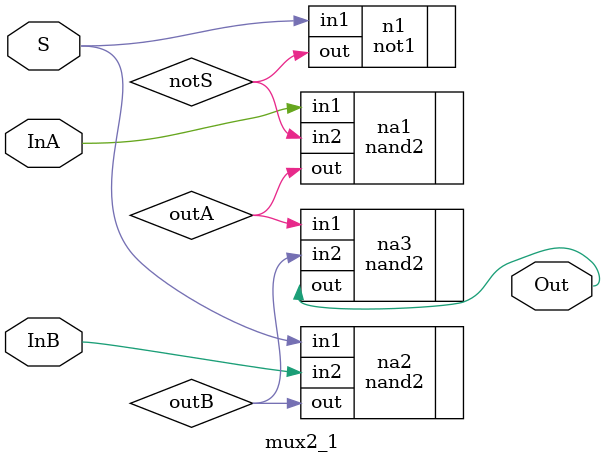
<source format=v>
module mux2_1( 
	input InA, InB, S, 
	output Out );
	wire notS, outA, outB; 
	
	not1 n1 (.in1(S),.out(notS));
 	nand2 na1 (.in1(InA),.in2(notS),.out(outA));
	nand2 na2 (.in1(S),.in2(InB),.out(outB));
	nand2 na3 (.in1(outA),.in2(outB),.out(Out));	

endmodule
 

</source>
